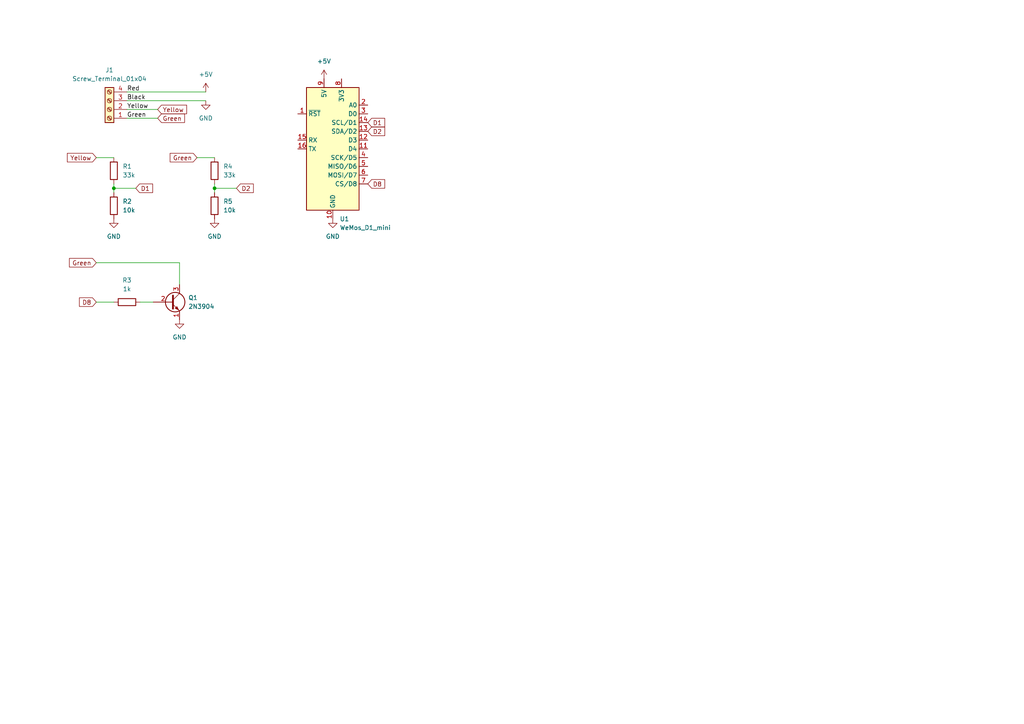
<source format=kicad_sch>
(kicad_sch (version 20211123) (generator eeschema)
  (paper "A4")
  (lib_symbols
    (symbol "Connector:Screw_Terminal_01x04" (pin_names (offset 1.016) hide)
      (property "Reference" "J" (at 0 5.08 0))
      (property "Value" "Screw_Terminal_01x04" (at 0 -7.62 0))
      (symbol "Screw_Terminal_01x04_1_1"
        (rectangle (start -1.27 3.81) (end 1.27 -6.35) (stroke (width 0.254)) (fill (type background)))
        (circle (center 0 -5.08) (radius 0.635) (stroke (width 0.1524)))
        (circle (center 0 -2.54) (radius 0.635) (stroke (width 0.1524)))
        (polyline (pts (xy -0.5334 -4.7498) (xy 0.3302 -5.588)) (stroke (width 0.1524)))
        (polyline (pts (xy -0.5334 -2.2098) (xy 0.3302 -3.048)) (stroke (width 0.1524)))
        (polyline (pts (xy -0.5334 0.3302) (xy 0.3302 -0.508)) (stroke (width 0.1524)))
        (polyline (pts (xy -0.5334 2.8702) (xy 0.3302 2.032)) (stroke (width 0.1524)))
        (polyline (pts (xy -0.3556 -4.572) (xy 0.508 -5.4102)) (stroke (width 0.1524)))
        (polyline (pts (xy -0.3556 -2.032) (xy 0.508 -2.8702)) (stroke (width 0.1524)))
        (polyline (pts (xy -0.3556 0.508) (xy 0.508 -0.3302)) (stroke (width 0.1524)))
        (polyline (pts (xy -0.3556 3.048) (xy 0.508 2.2098)) (stroke (width 0.1524)))
        (circle (center 0 0) (radius 0.635) (stroke (width 0.1524)))
        (circle (center 0 2.54) (radius 0.635) (stroke (width 0.1524)))
        (pin passive line (at -5.08 2.54 0) (length 3.81) (name "Pin_1") (number "1"))
        (pin passive line (at -5.08 0 0) (length 3.81) (name "Pin_2") (number "2"))
        (pin passive line (at -5.08 -2.54 0) (length 3.81) (name "Pin_3") (number "3"))
        (pin passive line (at -5.08 -5.08 0) (length 3.81) (name "Pin_4") (number "4"))
      )
    )
    (symbol "Device:R" (pin_numbers hide) (pin_names (offset 0))
      (property "Reference" "R" (at 2.032 0 90))
      (property "Value" "R" (at 0 0 90))
      (symbol "R_0_1"
        (rectangle (start -1.016 -2.54) (end 1.016 2.54) (stroke (width 0.254)))
      )
      (symbol "R_1_1"
        (pin passive line (at 0 3.81 270) (length 1.27) (name "~") (number "1"))
        (pin passive line (at 0 -3.81 90) (length 1.27) (name "~") (number "2"))
      )
    )
    (symbol "MCU_Module:WeMos_D1_mini"
      (property "Reference" "U" (at 3.81 19.05 0))
      (property "Value" "WeMos_D1_mini" (at 1.27 -19.05 0))
      (symbol "WeMos_D1_mini_1_1"
        (rectangle (start -7.62 17.78) (end 7.62 -17.78) (stroke (width 0.254)) (fill (type background)))
        (pin input line (at -10.16 10.16 0) (length 2.54) (name "~{RST}") (number "1"))
        (pin power_in line (at 0 -20.32 90) (length 2.54) (name "GND") (number "10"))
        (pin bidirectional line (at 10.16 0 180) (length 2.54) (name "D4") (number "11"))
        (pin bidirectional line (at 10.16 2.54 180) (length 2.54) (name "D3") (number "12"))
        (pin bidirectional line (at 10.16 5.08 180) (length 2.54) (name "SDA/D2") (number "13"))
        (pin bidirectional line (at 10.16 7.62 180) (length 2.54) (name "SCL/D1") (number "14"))
        (pin input line (at -10.16 2.54 0) (length 2.54) (name "RX") (number "15"))
        (pin output line (at -10.16 0 0) (length 2.54) (name "TX") (number "16"))
        (pin input line (at 10.16 12.7 180) (length 2.54) (name "A0") (number "2"))
        (pin bidirectional line (at 10.16 10.16 180) (length 2.54) (name "D0") (number "3"))
        (pin bidirectional line (at 10.16 -2.54 180) (length 2.54) (name "SCK/D5") (number "4"))
        (pin bidirectional line (at 10.16 -5.08 180) (length 2.54) (name "MISO/D6") (number "5"))
        (pin bidirectional line (at 10.16 -7.62 180) (length 2.54) (name "MOSI/D7") (number "6"))
        (pin bidirectional line (at 10.16 -10.16 180) (length 2.54) (name "CS/D8") (number "7"))
        (pin power_out line (at 2.54 20.32 270) (length 2.54) (name "3V3") (number "8"))
        (pin power_in line (at -2.54 20.32 270) (length 2.54) (name "5V") (number "9"))
      )
    )
    (symbol "Transistor_BJT:2N3904" (pin_names (offset 0) hide)
      (property "Reference" "Q" (at 5.08 1.905 0))
      (property "Value" "2N3904" (at 5.08 0 0))
      (symbol "2N3904_0_1"
        (polyline (pts (xy 0.635 0.635) (xy 2.54 2.54)))
        (polyline (pts (xy 0.635 -0.635) (xy 2.54 -2.54) (xy 2.54 -2.54)))
        (polyline (pts (xy 0.635 1.905) (xy 0.635 -1.905) (xy 0.635 -1.905)) (stroke (width 0.508)))
        (polyline (pts (xy 1.27 -1.778) (xy 1.778 -1.27) (xy 2.286 -2.286) (xy 1.27 -1.778) (xy 1.27 -1.778)) (fill (type outline)))
        (circle (center 1.27 0) (radius 2.8194) (stroke (width 0.254)))
      )
      (symbol "2N3904_1_1"
        (pin passive line (at 2.54 -5.08 90) (length 2.54) (name "E") (number "1"))
        (pin passive line (at -5.08 0 0) (length 5.715) (name "B") (number "2"))
        (pin passive line (at 2.54 5.08 270) (length 2.54) (name "C") (number "3"))
      )
    )
    (symbol "power:+5V" (power) (pin_names (offset 0))
      (property "Value" "+5V" (at 0 3.556 0))
      (symbol "+5V_0_1"
        (polyline (pts (xy -0.762 1.27) (xy 0 2.54)))
        (polyline (pts (xy 0 0) (xy 0 2.54)))
        (polyline (pts (xy 0 2.54) (xy 0.762 1.27)))
      )
      (symbol "+5V_1_1"
        (pin power_in line (at 0 0 90) (length 0) hide (name "+5V") (number "1"))
      )
    )
    (symbol "power:GND" (power) (pin_names (offset 0))
      (property "Value" "GND" (at 0 -3.81 0))
      (symbol "GND_0_1"
        (polyline (pts (xy 0 0) (xy 0 -1.27) (xy 1.27 -1.27) (xy 0 -2.54) (xy -1.27 -1.27) (xy 0 -1.27)))
      )
      (symbol "GND_1_1"
        (pin power_in line (at 0 0 270) (length 0) hide (name "GND") (number "1"))
      )
    )
  )
  (junction (at 33.02 54.61))
  (junction (at 62.23 54.61))
  (wire (pts (xy 62.23 54.61) (xy 62.23 55.88)))
  (wire (pts (xy 36.83 31.75) (xy 45.72 31.75)))
  (wire (pts (xy 57.15 45.72) (xy 62.23 45.72)))
  (wire (pts (xy 36.83 34.29) (xy 45.72 34.29)))
  (wire (pts (xy 27.94 76.2) (xy 52.07 76.2)))
  (wire (pts (xy 33.02 54.61) (xy 39.37 54.61)))
  (wire (pts (xy 52.07 76.2) (xy 52.07 82.55)))
  (wire (pts (xy 62.23 54.61) (xy 68.58 54.61)))
  (wire (pts (xy 33.02 54.61) (xy 33.02 55.88)))
  (wire (pts (xy 62.23 53.34) (xy 62.23 54.61)))
  (wire (pts (xy 36.83 26.67) (xy 59.69 26.67)))
  (wire (pts (xy 27.94 45.72) (xy 33.02 45.72)))
  (wire (pts (xy 33.02 53.34) (xy 33.02 54.61)))
  (wire (pts (xy 36.83 29.21) (xy 59.69 29.21)))
  (wire (pts (xy 40.64 87.63) (xy 44.45 87.63)))
  (wire (pts (xy 27.94 87.63) (xy 33.02 87.63)))
  (label "Red" (at 36.83 26.67 0))
  (label "Green" (at 36.83 34.29 0))
  (label "Black" (at 36.83 29.21 0))
  (label "Yellow" (at 36.83 31.75 0))
  (global_label "D8" (shape input) (at 106.68 53.34 0) (property "Intersheet References" "${INTERSHEET_REFS}" (effects hide)))
  (global_label "Green" (shape input) (at 57.15 45.72 180) (property "Intersheet References" "${INTERSHEET_REFS}" (effects hide)))
  (global_label "D2" (shape input) (at 68.58 54.61 0) (property "Intersheet References" "${INTERSHEET_REFS}" (effects hide)))
  (global_label "D1" (shape input) (at 106.68 35.56 0) (property "Intersheet References" "${INTERSHEET_REFS}" (effects hide)))
  (global_label "Yellow" (shape input) (at 45.72 31.75 0) (property "Intersheet References" "${INTERSHEET_REFS}" (effects hide)))
  (global_label "D8" (shape input) (at 27.94 87.63 180) (property "Intersheet References" "${INTERSHEET_REFS}" (effects hide)))
  (global_label "D2" (shape input) (at 106.68 38.1 0) (property "Intersheet References" "${INTERSHEET_REFS}" (effects hide)))
  (global_label "D1" (shape input) (at 39.37 54.61 0) (property "Intersheet References" "${INTERSHEET_REFS}" (effects hide)))
  (global_label "Green" (shape input) (at 27.94 76.2 180) (property "Intersheet References" "${INTERSHEET_REFS}" (effects hide)))
  (global_label "Yellow" (shape input) (at 27.94 45.72 180) (property "Intersheet References" "${INTERSHEET_REFS}" (effects hide)))
  (global_label "Green" (shape input) (at 45.72 34.29 0) (property "Intersheet References" "${INTERSHEET_REFS}" (effects hide)))
  (symbol (lib_id "Device:R") (at 33.02 59.69 0) (unit 1)
    (property "Reference" "R2" (at 35.56 58.4199 0) (effects (justify left)))
    (property "Value" "10k" (at 35.56 60.9599 0) (effects (justify left)))
    (property "Footprint" "Resistor_SMD:R_1206_3216Metric_Pad1.30x1.75mm_HandSolder" (effects hide))
  )
  (symbol (lib_id "Device:R") (at 62.23 49.53 0) (unit 1)
    (property "Reference" "R4" (at 64.77 48.2599 0) (effects (justify left)))
    (property "Value" "33k" (at 64.77 50.7999 0) (effects (justify left)))
    (property "Footprint" "Resistor_SMD:R_1206_3216Metric_Pad1.30x1.75mm_HandSolder" (effects hide))
  )
  (symbol (lib_id "power:GND") (at 33.02 63.5 0) (unit 1)
    (property "Reference" "#PWR01" (effects hide))
    (property "Value" "GND" (at 33.02 68.58 0))
  )
  (symbol (lib_id "power:+5V") (at 59.69 26.67 0) (unit 1)
    (property "Reference" "#PWR03" (effects hide))
    (property "Value" "+5V" (at 59.69 21.59 0))
  )
  (symbol (lib_id "MCU_Module:WeMos_D1_mini") (at 96.52 43.18 0) (unit 1)
    (property "Reference" "U1" (at 98.5394 63.5 0) (effects (justify left)))
    (property "Value" "WeMos_D1_mini" (at 98.5394 66.04 0) (effects (justify left)))
    (property "Footprint" "Module:WEMOS_D1_mini_light" (effects hide))
    (property "Datasheet" "https://wiki.wemos.cc/products:d1:d1_mini#documentation" (effects hide))
  )
  (symbol (lib_id "Connector:Screw_Terminal_01x04") (at 31.75 31.75 180) (unit 1)
    (property "Reference" "J1" (at 31.75 20.32 0))
    (property "Value" "Screw_Terminal_01x04" (at 31.75 22.86 0))
    (property "Footprint" "TerminalBlock_Phoenix:TerminalBlock_Phoenix_MKDS-1,5-4-5.08_1x04_P5.08mm_Horizontal" (effects hide))
  )
  (symbol (lib_id "power:GND") (at 59.69 29.21 0) (unit 1)
    (property "Reference" "#PWR04" (effects hide))
    (property "Value" "GND" (at 59.69 34.29 0))
  )
  (symbol (lib_id "power:GND") (at 52.07 92.71 0) (unit 1)
    (property "Reference" "#PWR02" (effects hide))
    (property "Value" "GND" (at 52.07 97.79 0))
  )
  (symbol (lib_id "power:GND") (at 62.23 63.5 0) (unit 1)
    (property "Reference" "#PWR05" (effects hide))
    (property "Value" "GND" (at 62.23 68.58 0))
  )
  (symbol (lib_id "Device:R") (at 36.83 87.63 90) (unit 1)
    (property "Reference" "R3" (at 36.83 81.28 90))
    (property "Value" "1k" (at 36.83 83.82 90))
    (property "Footprint" "Resistor_SMD:R_1206_3216Metric_Pad1.30x1.75mm_HandSolder" (effects hide))
  )
  (symbol (lib_id "power:+5V") (at 93.98 22.86 0) (unit 1)
    (property "Reference" "#PWR06" (effects hide))
    (property "Value" "+5V" (at 93.98 17.78 0))
  )
  (symbol (lib_id "Transistor_BJT:2N3904") (at 49.53 87.63 0) (unit 1)
    (property "Reference" "Q1" (at 54.61 86.3599 0) (effects (justify left)))
    (property "Value" "2N3904" (at 54.61 88.8999 0) (effects (justify left)))
    (property "Footprint" "Package_TO_SOT_THT:TO-92_Inline" (effects hide))
    (property "Datasheet" "https://www.onsemi.com/pub/Collateral/2N3903-D.PDF" (effects hide))
  )
  (symbol (lib_id "power:GND") (at 96.52 63.5 0) (unit 1)
    (property "Reference" "#PWR07" (effects hide))
    (property "Value" "GND" (at 96.52 68.58 0))
  )
  (symbol (lib_id "Device:R") (at 33.02 49.53 0) (unit 1)
    (property "Reference" "R1" (at 35.56 48.2599 0) (effects (justify left)))
    (property "Value" "33k" (at 35.56 50.7999 0) (effects (justify left)))
    (property "Footprint" "Resistor_SMD:R_1206_3216Metric_Pad1.30x1.75mm_HandSolder" (effects hide))
  )
  (symbol (lib_id "Device:R") (at 62.23 59.69 0) (unit 1)
    (property "Reference" "R5" (at 64.77 58.4199 0) (effects (justify left)))
    (property "Value" "10k" (at 64.77 60.9599 0) (effects (justify left)))
    (property "Footprint" "Resistor_SMD:R_1206_3216Metric_Pad1.30x1.75mm_HandSolder" (effects hide))
  )
)
</source>
